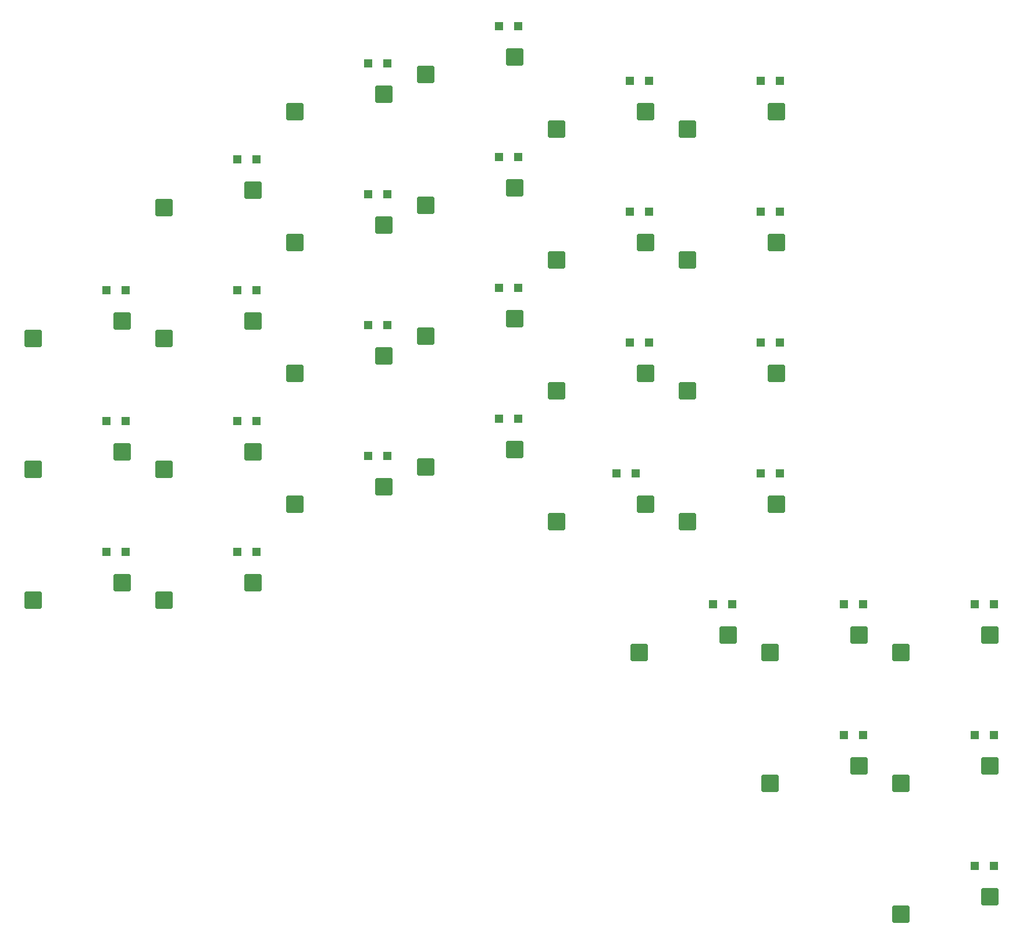
<source format=gbp>
G04 #@! TF.GenerationSoftware,KiCad,Pcbnew,8.0.6-8.0.6-0~ubuntu24.04.1*
G04 #@! TF.CreationDate,2025-02-09T13:09:52-05:00*
G04 #@! TF.ProjectId,keybird_left,6b657962-6972-4645-9f6c-6566742e6b69,rev?*
G04 #@! TF.SameCoordinates,Original*
G04 #@! TF.FileFunction,Paste,Bot*
G04 #@! TF.FilePolarity,Positive*
%FSLAX46Y46*%
G04 Gerber Fmt 4.6, Leading zero omitted, Abs format (unit mm)*
G04 Created by KiCad (PCBNEW 8.0.6-8.0.6-0~ubuntu24.04.1) date 2025-02-09 13:09:52*
%MOMM*%
%LPD*%
G01*
G04 APERTURE LIST*
G04 Aperture macros list*
%AMRoundRect*
0 Rectangle with rounded corners*
0 $1 Rounding radius*
0 $2 $3 $4 $5 $6 $7 $8 $9 X,Y pos of 4 corners*
0 Add a 4 corners polygon primitive as box body*
4,1,4,$2,$3,$4,$5,$6,$7,$8,$9,$2,$3,0*
0 Add four circle primitives for the rounded corners*
1,1,$1+$1,$2,$3*
1,1,$1+$1,$4,$5*
1,1,$1+$1,$6,$7*
1,1,$1+$1,$8,$9*
0 Add four rect primitives between the rounded corners*
20,1,$1+$1,$2,$3,$4,$5,0*
20,1,$1+$1,$4,$5,$6,$7,0*
20,1,$1+$1,$6,$7,$8,$9,0*
20,1,$1+$1,$8,$9,$2,$3,0*%
G04 Aperture macros list end*
%ADD10RoundRect,0.250000X-1.025000X-1.000000X1.025000X-1.000000X1.025000X1.000000X-1.025000X1.000000X0*%
%ADD11R,1.200000X1.200000*%
G04 APERTURE END LIST*
D10*
X23140000Y-100315000D03*
X36067000Y-97775000D03*
X118390000Y-88885000D03*
X131317000Y-86345000D03*
X42190000Y-81265000D03*
X55117000Y-78725000D03*
X118390000Y-107935000D03*
X131317000Y-105395000D03*
X111405000Y-126985000D03*
X124332000Y-124445000D03*
X80290000Y-80947500D03*
X93217000Y-78407500D03*
X99340000Y-107935000D03*
X112267000Y-105395000D03*
X61240000Y-105395000D03*
X74167000Y-102855000D03*
X99340000Y-69835000D03*
X112267000Y-67295000D03*
X61240000Y-86345000D03*
X74167000Y-83805000D03*
X80290000Y-42847500D03*
X93217000Y-40307500D03*
X118390000Y-69835000D03*
X131317000Y-67295000D03*
X42190000Y-62215000D03*
X55117000Y-59675000D03*
X23140000Y-81265000D03*
X36067000Y-78725000D03*
X130455000Y-146035000D03*
X143382000Y-143495000D03*
X42190000Y-119365000D03*
X55117000Y-116825000D03*
X23140000Y-119365000D03*
X36067000Y-116825000D03*
X130455000Y-126985000D03*
X143382000Y-124445000D03*
X80290000Y-61897500D03*
X93217000Y-59357500D03*
X99340000Y-88885000D03*
X112267000Y-86345000D03*
X61240000Y-67295000D03*
X74167000Y-64755000D03*
X61240000Y-48245000D03*
X74167000Y-45705000D03*
X149505000Y-146035000D03*
X162432000Y-143495000D03*
X149505000Y-126985000D03*
X162432000Y-124445000D03*
X99340000Y-50785000D03*
X112267000Y-48245000D03*
X80290000Y-99997500D03*
X93217000Y-97457500D03*
X118390000Y-50785000D03*
X131317000Y-48245000D03*
X149505000Y-165085000D03*
X162432000Y-162545000D03*
X42190000Y-100315000D03*
X55117000Y-97775000D03*
D11*
X52875000Y-112380000D03*
X55675000Y-112380000D03*
X90975000Y-54912500D03*
X93775000Y-54912500D03*
X71925000Y-41260000D03*
X74725000Y-41260000D03*
X90975000Y-93012500D03*
X93775000Y-93012500D03*
X110025000Y-62850000D03*
X112825000Y-62850000D03*
X110025000Y-43800000D03*
X112825000Y-43800000D03*
X52875000Y-74280000D03*
X55675000Y-74280000D03*
X52875000Y-55230000D03*
X55675000Y-55230000D03*
X71925000Y-98410000D03*
X74725000Y-98410000D03*
X33825000Y-93330000D03*
X36625000Y-93330000D03*
X160190000Y-120000000D03*
X162990000Y-120000000D03*
X129075000Y-100950000D03*
X131875000Y-100950000D03*
X71925000Y-79360000D03*
X74725000Y-79360000D03*
X129075000Y-62850000D03*
X131875000Y-62850000D03*
X90975000Y-35862500D03*
X93775000Y-35862500D03*
X141140000Y-120000000D03*
X143940000Y-120000000D03*
X33825000Y-112380000D03*
X36625000Y-112380000D03*
X52875000Y-93330000D03*
X55675000Y-93330000D03*
X122090000Y-120000000D03*
X124890000Y-120000000D03*
X141140000Y-139050000D03*
X143940000Y-139050000D03*
X108025000Y-100950000D03*
X110825000Y-100950000D03*
X90975000Y-73962500D03*
X93775000Y-73962500D03*
X129075000Y-43800000D03*
X131875000Y-43800000D03*
X71925000Y-60310000D03*
X74725000Y-60310000D03*
X129075000Y-81900000D03*
X131875000Y-81900000D03*
X160190000Y-158100000D03*
X162990000Y-158100000D03*
X110025000Y-81900000D03*
X112825000Y-81900000D03*
X33825000Y-74280000D03*
X36625000Y-74280000D03*
X160190000Y-139050000D03*
X162990000Y-139050000D03*
M02*

</source>
